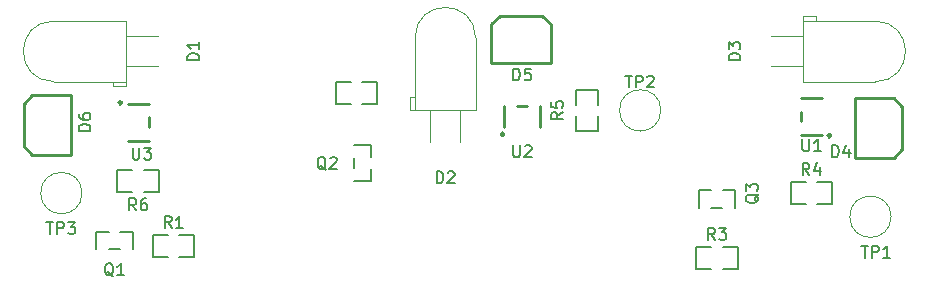
<source format=gbr>
%TF.GenerationSoftware,KiCad,Pcbnew,8.0.1*%
%TF.CreationDate,2024-03-24T20:30:25+02:00*%
%TF.ProjectId,Sensing_Subsystem,53656e73-696e-4675-9f53-756273797374,rev?*%
%TF.SameCoordinates,Original*%
%TF.FileFunction,Legend,Top*%
%TF.FilePolarity,Positive*%
%FSLAX46Y46*%
G04 Gerber Fmt 4.6, Leading zero omitted, Abs format (unit mm)*
G04 Created by KiCad (PCBNEW 8.0.1) date 2024-03-24 20:30:25*
%MOMM*%
%LPD*%
G01*
G04 APERTURE LIST*
%ADD10C,0.150000*%
%ADD11C,0.250000*%
%ADD12C,0.120000*%
%ADD13C,1.200000*%
%ADD14R,1.130000X1.380000*%
%ADD15R,1.800000X1.800000*%
%ADD16C,1.800000*%
%ADD17R,0.700000X1.250000*%
%ADD18C,3.000000*%
%ADD19R,1.380000X1.130000*%
%ADD20R,1.000000X0.600000*%
%ADD21R,1.250000X0.700000*%
%ADD22R,0.600000X1.000000*%
%ADD23R,1.700000X1.700000*%
%ADD24O,1.700000X1.700000*%
G04 APERTURE END LIST*
D10*
X155761905Y-82454819D02*
X155761905Y-81454819D01*
X155761905Y-81454819D02*
X156000000Y-81454819D01*
X156000000Y-81454819D02*
X156142857Y-81502438D01*
X156142857Y-81502438D02*
X156238095Y-81597676D01*
X156238095Y-81597676D02*
X156285714Y-81692914D01*
X156285714Y-81692914D02*
X156333333Y-81883390D01*
X156333333Y-81883390D02*
X156333333Y-82026247D01*
X156333333Y-82026247D02*
X156285714Y-82216723D01*
X156285714Y-82216723D02*
X156238095Y-82311961D01*
X156238095Y-82311961D02*
X156142857Y-82407200D01*
X156142857Y-82407200D02*
X156000000Y-82454819D01*
X156000000Y-82454819D02*
X155761905Y-82454819D01*
X157238095Y-81454819D02*
X156761905Y-81454819D01*
X156761905Y-81454819D02*
X156714286Y-81931009D01*
X156714286Y-81931009D02*
X156761905Y-81883390D01*
X156761905Y-81883390D02*
X156857143Y-81835771D01*
X156857143Y-81835771D02*
X157095238Y-81835771D01*
X157095238Y-81835771D02*
X157190476Y-81883390D01*
X157190476Y-81883390D02*
X157238095Y-81931009D01*
X157238095Y-81931009D02*
X157285714Y-82026247D01*
X157285714Y-82026247D02*
X157285714Y-82264342D01*
X157285714Y-82264342D02*
X157238095Y-82359580D01*
X157238095Y-82359580D02*
X157190476Y-82407200D01*
X157190476Y-82407200D02*
X157095238Y-82454819D01*
X157095238Y-82454819D02*
X156857143Y-82454819D01*
X156857143Y-82454819D02*
X156761905Y-82407200D01*
X156761905Y-82407200D02*
X156714286Y-82359580D01*
X180833333Y-90454819D02*
X180500000Y-89978628D01*
X180261905Y-90454819D02*
X180261905Y-89454819D01*
X180261905Y-89454819D02*
X180642857Y-89454819D01*
X180642857Y-89454819D02*
X180738095Y-89502438D01*
X180738095Y-89502438D02*
X180785714Y-89550057D01*
X180785714Y-89550057D02*
X180833333Y-89645295D01*
X180833333Y-89645295D02*
X180833333Y-89788152D01*
X180833333Y-89788152D02*
X180785714Y-89883390D01*
X180785714Y-89883390D02*
X180738095Y-89931009D01*
X180738095Y-89931009D02*
X180642857Y-89978628D01*
X180642857Y-89978628D02*
X180261905Y-89978628D01*
X181690476Y-89788152D02*
X181690476Y-90454819D01*
X181452381Y-89407200D02*
X181214286Y-90121485D01*
X181214286Y-90121485D02*
X181833333Y-90121485D01*
X129164819Y-80733094D02*
X128164819Y-80733094D01*
X128164819Y-80733094D02*
X128164819Y-80494999D01*
X128164819Y-80494999D02*
X128212438Y-80352142D01*
X128212438Y-80352142D02*
X128307676Y-80256904D01*
X128307676Y-80256904D02*
X128402914Y-80209285D01*
X128402914Y-80209285D02*
X128593390Y-80161666D01*
X128593390Y-80161666D02*
X128736247Y-80161666D01*
X128736247Y-80161666D02*
X128926723Y-80209285D01*
X128926723Y-80209285D02*
X129021961Y-80256904D01*
X129021961Y-80256904D02*
X129117200Y-80352142D01*
X129117200Y-80352142D02*
X129164819Y-80494999D01*
X129164819Y-80494999D02*
X129164819Y-80733094D01*
X129164819Y-79209285D02*
X129164819Y-79780713D01*
X129164819Y-79494999D02*
X128164819Y-79494999D01*
X128164819Y-79494999D02*
X128307676Y-79590237D01*
X128307676Y-79590237D02*
X128402914Y-79685475D01*
X128402914Y-79685475D02*
X128450533Y-79780713D01*
X176550057Y-92095238D02*
X176502438Y-92190476D01*
X176502438Y-92190476D02*
X176407200Y-92285714D01*
X176407200Y-92285714D02*
X176264342Y-92428571D01*
X176264342Y-92428571D02*
X176216723Y-92523809D01*
X176216723Y-92523809D02*
X176216723Y-92619047D01*
X176454819Y-92571428D02*
X176407200Y-92666666D01*
X176407200Y-92666666D02*
X176311961Y-92761904D01*
X176311961Y-92761904D02*
X176121485Y-92809523D01*
X176121485Y-92809523D02*
X175788152Y-92809523D01*
X175788152Y-92809523D02*
X175597676Y-92761904D01*
X175597676Y-92761904D02*
X175502438Y-92666666D01*
X175502438Y-92666666D02*
X175454819Y-92571428D01*
X175454819Y-92571428D02*
X175454819Y-92380952D01*
X175454819Y-92380952D02*
X175502438Y-92285714D01*
X175502438Y-92285714D02*
X175597676Y-92190476D01*
X175597676Y-92190476D02*
X175788152Y-92142857D01*
X175788152Y-92142857D02*
X176121485Y-92142857D01*
X176121485Y-92142857D02*
X176311961Y-92190476D01*
X176311961Y-92190476D02*
X176407200Y-92285714D01*
X176407200Y-92285714D02*
X176454819Y-92380952D01*
X176454819Y-92380952D02*
X176454819Y-92571428D01*
X175454819Y-91809523D02*
X175454819Y-91190476D01*
X175454819Y-91190476D02*
X175835771Y-91523809D01*
X175835771Y-91523809D02*
X175835771Y-91380952D01*
X175835771Y-91380952D02*
X175883390Y-91285714D01*
X175883390Y-91285714D02*
X175931009Y-91238095D01*
X175931009Y-91238095D02*
X176026247Y-91190476D01*
X176026247Y-91190476D02*
X176264342Y-91190476D01*
X176264342Y-91190476D02*
X176359580Y-91238095D01*
X176359580Y-91238095D02*
X176407200Y-91285714D01*
X176407200Y-91285714D02*
X176454819Y-91380952D01*
X176454819Y-91380952D02*
X176454819Y-91666666D01*
X176454819Y-91666666D02*
X176407200Y-91761904D01*
X176407200Y-91761904D02*
X176359580Y-91809523D01*
X172833333Y-95954819D02*
X172500000Y-95478628D01*
X172261905Y-95954819D02*
X172261905Y-94954819D01*
X172261905Y-94954819D02*
X172642857Y-94954819D01*
X172642857Y-94954819D02*
X172738095Y-95002438D01*
X172738095Y-95002438D02*
X172785714Y-95050057D01*
X172785714Y-95050057D02*
X172833333Y-95145295D01*
X172833333Y-95145295D02*
X172833333Y-95288152D01*
X172833333Y-95288152D02*
X172785714Y-95383390D01*
X172785714Y-95383390D02*
X172738095Y-95431009D01*
X172738095Y-95431009D02*
X172642857Y-95478628D01*
X172642857Y-95478628D02*
X172261905Y-95478628D01*
X173166667Y-94954819D02*
X173785714Y-94954819D01*
X173785714Y-94954819D02*
X173452381Y-95335771D01*
X173452381Y-95335771D02*
X173595238Y-95335771D01*
X173595238Y-95335771D02*
X173690476Y-95383390D01*
X173690476Y-95383390D02*
X173738095Y-95431009D01*
X173738095Y-95431009D02*
X173785714Y-95526247D01*
X173785714Y-95526247D02*
X173785714Y-95764342D01*
X173785714Y-95764342D02*
X173738095Y-95859580D01*
X173738095Y-95859580D02*
X173690476Y-95907200D01*
X173690476Y-95907200D02*
X173595238Y-95954819D01*
X173595238Y-95954819D02*
X173309524Y-95954819D01*
X173309524Y-95954819D02*
X173214286Y-95907200D01*
X173214286Y-95907200D02*
X173166667Y-95859580D01*
X126833333Y-94954819D02*
X126500000Y-94478628D01*
X126261905Y-94954819D02*
X126261905Y-93954819D01*
X126261905Y-93954819D02*
X126642857Y-93954819D01*
X126642857Y-93954819D02*
X126738095Y-94002438D01*
X126738095Y-94002438D02*
X126785714Y-94050057D01*
X126785714Y-94050057D02*
X126833333Y-94145295D01*
X126833333Y-94145295D02*
X126833333Y-94288152D01*
X126833333Y-94288152D02*
X126785714Y-94383390D01*
X126785714Y-94383390D02*
X126738095Y-94431009D01*
X126738095Y-94431009D02*
X126642857Y-94478628D01*
X126642857Y-94478628D02*
X126261905Y-94478628D01*
X127785714Y-94954819D02*
X127214286Y-94954819D01*
X127500000Y-94954819D02*
X127500000Y-93954819D01*
X127500000Y-93954819D02*
X127404762Y-94097676D01*
X127404762Y-94097676D02*
X127309524Y-94192914D01*
X127309524Y-94192914D02*
X127214286Y-94240533D01*
X165238095Y-82056819D02*
X165809523Y-82056819D01*
X165523809Y-83056819D02*
X165523809Y-82056819D01*
X166142857Y-83056819D02*
X166142857Y-82056819D01*
X166142857Y-82056819D02*
X166523809Y-82056819D01*
X166523809Y-82056819D02*
X166619047Y-82104438D01*
X166619047Y-82104438D02*
X166666666Y-82152057D01*
X166666666Y-82152057D02*
X166714285Y-82247295D01*
X166714285Y-82247295D02*
X166714285Y-82390152D01*
X166714285Y-82390152D02*
X166666666Y-82485390D01*
X166666666Y-82485390D02*
X166619047Y-82533009D01*
X166619047Y-82533009D02*
X166523809Y-82580628D01*
X166523809Y-82580628D02*
X166142857Y-82580628D01*
X167095238Y-82152057D02*
X167142857Y-82104438D01*
X167142857Y-82104438D02*
X167238095Y-82056819D01*
X167238095Y-82056819D02*
X167476190Y-82056819D01*
X167476190Y-82056819D02*
X167571428Y-82104438D01*
X167571428Y-82104438D02*
X167619047Y-82152057D01*
X167619047Y-82152057D02*
X167666666Y-82247295D01*
X167666666Y-82247295D02*
X167666666Y-82342533D01*
X167666666Y-82342533D02*
X167619047Y-82485390D01*
X167619047Y-82485390D02*
X167047619Y-83056819D01*
X167047619Y-83056819D02*
X167666666Y-83056819D01*
X159954819Y-85166666D02*
X159478628Y-85499999D01*
X159954819Y-85738094D02*
X158954819Y-85738094D01*
X158954819Y-85738094D02*
X158954819Y-85357142D01*
X158954819Y-85357142D02*
X159002438Y-85261904D01*
X159002438Y-85261904D02*
X159050057Y-85214285D01*
X159050057Y-85214285D02*
X159145295Y-85166666D01*
X159145295Y-85166666D02*
X159288152Y-85166666D01*
X159288152Y-85166666D02*
X159383390Y-85214285D01*
X159383390Y-85214285D02*
X159431009Y-85261904D01*
X159431009Y-85261904D02*
X159478628Y-85357142D01*
X159478628Y-85357142D02*
X159478628Y-85738094D01*
X158954819Y-84261904D02*
X158954819Y-84738094D01*
X158954819Y-84738094D02*
X159431009Y-84785713D01*
X159431009Y-84785713D02*
X159383390Y-84738094D01*
X159383390Y-84738094D02*
X159335771Y-84642856D01*
X159335771Y-84642856D02*
X159335771Y-84404761D01*
X159335771Y-84404761D02*
X159383390Y-84309523D01*
X159383390Y-84309523D02*
X159431009Y-84261904D01*
X159431009Y-84261904D02*
X159526247Y-84214285D01*
X159526247Y-84214285D02*
X159764342Y-84214285D01*
X159764342Y-84214285D02*
X159859580Y-84261904D01*
X159859580Y-84261904D02*
X159907200Y-84309523D01*
X159907200Y-84309523D02*
X159954819Y-84404761D01*
X159954819Y-84404761D02*
X159954819Y-84642856D01*
X159954819Y-84642856D02*
X159907200Y-84738094D01*
X159907200Y-84738094D02*
X159859580Y-84785713D01*
X123833333Y-93454819D02*
X123500000Y-92978628D01*
X123261905Y-93454819D02*
X123261905Y-92454819D01*
X123261905Y-92454819D02*
X123642857Y-92454819D01*
X123642857Y-92454819D02*
X123738095Y-92502438D01*
X123738095Y-92502438D02*
X123785714Y-92550057D01*
X123785714Y-92550057D02*
X123833333Y-92645295D01*
X123833333Y-92645295D02*
X123833333Y-92788152D01*
X123833333Y-92788152D02*
X123785714Y-92883390D01*
X123785714Y-92883390D02*
X123738095Y-92931009D01*
X123738095Y-92931009D02*
X123642857Y-92978628D01*
X123642857Y-92978628D02*
X123261905Y-92978628D01*
X124690476Y-92454819D02*
X124500000Y-92454819D01*
X124500000Y-92454819D02*
X124404762Y-92502438D01*
X124404762Y-92502438D02*
X124357143Y-92550057D01*
X124357143Y-92550057D02*
X124261905Y-92692914D01*
X124261905Y-92692914D02*
X124214286Y-92883390D01*
X124214286Y-92883390D02*
X124214286Y-93264342D01*
X124214286Y-93264342D02*
X124261905Y-93359580D01*
X124261905Y-93359580D02*
X124309524Y-93407200D01*
X124309524Y-93407200D02*
X124404762Y-93454819D01*
X124404762Y-93454819D02*
X124595238Y-93454819D01*
X124595238Y-93454819D02*
X124690476Y-93407200D01*
X124690476Y-93407200D02*
X124738095Y-93359580D01*
X124738095Y-93359580D02*
X124785714Y-93264342D01*
X124785714Y-93264342D02*
X124785714Y-93026247D01*
X124785714Y-93026247D02*
X124738095Y-92931009D01*
X124738095Y-92931009D02*
X124690476Y-92883390D01*
X124690476Y-92883390D02*
X124595238Y-92835771D01*
X124595238Y-92835771D02*
X124404762Y-92835771D01*
X124404762Y-92835771D02*
X124309524Y-92883390D01*
X124309524Y-92883390D02*
X124261905Y-92931009D01*
X124261905Y-92931009D02*
X124214286Y-93026247D01*
X123538095Y-88164819D02*
X123538095Y-88974342D01*
X123538095Y-88974342D02*
X123585714Y-89069580D01*
X123585714Y-89069580D02*
X123633333Y-89117200D01*
X123633333Y-89117200D02*
X123728571Y-89164819D01*
X123728571Y-89164819D02*
X123919047Y-89164819D01*
X123919047Y-89164819D02*
X124014285Y-89117200D01*
X124014285Y-89117200D02*
X124061904Y-89069580D01*
X124061904Y-89069580D02*
X124109523Y-88974342D01*
X124109523Y-88974342D02*
X124109523Y-88164819D01*
X124490476Y-88164819D02*
X125109523Y-88164819D01*
X125109523Y-88164819D02*
X124776190Y-88545771D01*
X124776190Y-88545771D02*
X124919047Y-88545771D01*
X124919047Y-88545771D02*
X125014285Y-88593390D01*
X125014285Y-88593390D02*
X125061904Y-88641009D01*
X125061904Y-88641009D02*
X125109523Y-88736247D01*
X125109523Y-88736247D02*
X125109523Y-88974342D01*
X125109523Y-88974342D02*
X125061904Y-89069580D01*
X125061904Y-89069580D02*
X125014285Y-89117200D01*
X125014285Y-89117200D02*
X124919047Y-89164819D01*
X124919047Y-89164819D02*
X124633333Y-89164819D01*
X124633333Y-89164819D02*
X124538095Y-89117200D01*
X124538095Y-89117200D02*
X124490476Y-89069580D01*
X149266905Y-91164819D02*
X149266905Y-90164819D01*
X149266905Y-90164819D02*
X149505000Y-90164819D01*
X149505000Y-90164819D02*
X149647857Y-90212438D01*
X149647857Y-90212438D02*
X149743095Y-90307676D01*
X149743095Y-90307676D02*
X149790714Y-90402914D01*
X149790714Y-90402914D02*
X149838333Y-90593390D01*
X149838333Y-90593390D02*
X149838333Y-90736247D01*
X149838333Y-90736247D02*
X149790714Y-90926723D01*
X149790714Y-90926723D02*
X149743095Y-91021961D01*
X149743095Y-91021961D02*
X149647857Y-91117200D01*
X149647857Y-91117200D02*
X149505000Y-91164819D01*
X149505000Y-91164819D02*
X149266905Y-91164819D01*
X150219286Y-90260057D02*
X150266905Y-90212438D01*
X150266905Y-90212438D02*
X150362143Y-90164819D01*
X150362143Y-90164819D02*
X150600238Y-90164819D01*
X150600238Y-90164819D02*
X150695476Y-90212438D01*
X150695476Y-90212438D02*
X150743095Y-90260057D01*
X150743095Y-90260057D02*
X150790714Y-90355295D01*
X150790714Y-90355295D02*
X150790714Y-90450533D01*
X150790714Y-90450533D02*
X150743095Y-90593390D01*
X150743095Y-90593390D02*
X150171667Y-91164819D01*
X150171667Y-91164819D02*
X150790714Y-91164819D01*
X139904761Y-90050057D02*
X139809523Y-90002438D01*
X139809523Y-90002438D02*
X139714285Y-89907200D01*
X139714285Y-89907200D02*
X139571428Y-89764342D01*
X139571428Y-89764342D02*
X139476190Y-89716723D01*
X139476190Y-89716723D02*
X139380952Y-89716723D01*
X139428571Y-89954819D02*
X139333333Y-89907200D01*
X139333333Y-89907200D02*
X139238095Y-89811961D01*
X139238095Y-89811961D02*
X139190476Y-89621485D01*
X139190476Y-89621485D02*
X139190476Y-89288152D01*
X139190476Y-89288152D02*
X139238095Y-89097676D01*
X139238095Y-89097676D02*
X139333333Y-89002438D01*
X139333333Y-89002438D02*
X139428571Y-88954819D01*
X139428571Y-88954819D02*
X139619047Y-88954819D01*
X139619047Y-88954819D02*
X139714285Y-89002438D01*
X139714285Y-89002438D02*
X139809523Y-89097676D01*
X139809523Y-89097676D02*
X139857142Y-89288152D01*
X139857142Y-89288152D02*
X139857142Y-89621485D01*
X139857142Y-89621485D02*
X139809523Y-89811961D01*
X139809523Y-89811961D02*
X139714285Y-89907200D01*
X139714285Y-89907200D02*
X139619047Y-89954819D01*
X139619047Y-89954819D02*
X139428571Y-89954819D01*
X140238095Y-89050057D02*
X140285714Y-89002438D01*
X140285714Y-89002438D02*
X140380952Y-88954819D01*
X140380952Y-88954819D02*
X140619047Y-88954819D01*
X140619047Y-88954819D02*
X140714285Y-89002438D01*
X140714285Y-89002438D02*
X140761904Y-89050057D01*
X140761904Y-89050057D02*
X140809523Y-89145295D01*
X140809523Y-89145295D02*
X140809523Y-89240533D01*
X140809523Y-89240533D02*
X140761904Y-89383390D01*
X140761904Y-89383390D02*
X140190476Y-89954819D01*
X140190476Y-89954819D02*
X140809523Y-89954819D01*
X119954819Y-86738094D02*
X118954819Y-86738094D01*
X118954819Y-86738094D02*
X118954819Y-86499999D01*
X118954819Y-86499999D02*
X119002438Y-86357142D01*
X119002438Y-86357142D02*
X119097676Y-86261904D01*
X119097676Y-86261904D02*
X119192914Y-86214285D01*
X119192914Y-86214285D02*
X119383390Y-86166666D01*
X119383390Y-86166666D02*
X119526247Y-86166666D01*
X119526247Y-86166666D02*
X119716723Y-86214285D01*
X119716723Y-86214285D02*
X119811961Y-86261904D01*
X119811961Y-86261904D02*
X119907200Y-86357142D01*
X119907200Y-86357142D02*
X119954819Y-86499999D01*
X119954819Y-86499999D02*
X119954819Y-86738094D01*
X118954819Y-85309523D02*
X118954819Y-85499999D01*
X118954819Y-85499999D02*
X119002438Y-85595237D01*
X119002438Y-85595237D02*
X119050057Y-85642856D01*
X119050057Y-85642856D02*
X119192914Y-85738094D01*
X119192914Y-85738094D02*
X119383390Y-85785713D01*
X119383390Y-85785713D02*
X119764342Y-85785713D01*
X119764342Y-85785713D02*
X119859580Y-85738094D01*
X119859580Y-85738094D02*
X119907200Y-85690475D01*
X119907200Y-85690475D02*
X119954819Y-85595237D01*
X119954819Y-85595237D02*
X119954819Y-85404761D01*
X119954819Y-85404761D02*
X119907200Y-85309523D01*
X119907200Y-85309523D02*
X119859580Y-85261904D01*
X119859580Y-85261904D02*
X119764342Y-85214285D01*
X119764342Y-85214285D02*
X119526247Y-85214285D01*
X119526247Y-85214285D02*
X119431009Y-85261904D01*
X119431009Y-85261904D02*
X119383390Y-85309523D01*
X119383390Y-85309523D02*
X119335771Y-85404761D01*
X119335771Y-85404761D02*
X119335771Y-85595237D01*
X119335771Y-85595237D02*
X119383390Y-85690475D01*
X119383390Y-85690475D02*
X119431009Y-85738094D01*
X119431009Y-85738094D02*
X119526247Y-85785713D01*
X121904761Y-99050057D02*
X121809523Y-99002438D01*
X121809523Y-99002438D02*
X121714285Y-98907200D01*
X121714285Y-98907200D02*
X121571428Y-98764342D01*
X121571428Y-98764342D02*
X121476190Y-98716723D01*
X121476190Y-98716723D02*
X121380952Y-98716723D01*
X121428571Y-98954819D02*
X121333333Y-98907200D01*
X121333333Y-98907200D02*
X121238095Y-98811961D01*
X121238095Y-98811961D02*
X121190476Y-98621485D01*
X121190476Y-98621485D02*
X121190476Y-98288152D01*
X121190476Y-98288152D02*
X121238095Y-98097676D01*
X121238095Y-98097676D02*
X121333333Y-98002438D01*
X121333333Y-98002438D02*
X121428571Y-97954819D01*
X121428571Y-97954819D02*
X121619047Y-97954819D01*
X121619047Y-97954819D02*
X121714285Y-98002438D01*
X121714285Y-98002438D02*
X121809523Y-98097676D01*
X121809523Y-98097676D02*
X121857142Y-98288152D01*
X121857142Y-98288152D02*
X121857142Y-98621485D01*
X121857142Y-98621485D02*
X121809523Y-98811961D01*
X121809523Y-98811961D02*
X121714285Y-98907200D01*
X121714285Y-98907200D02*
X121619047Y-98954819D01*
X121619047Y-98954819D02*
X121428571Y-98954819D01*
X122809523Y-98954819D02*
X122238095Y-98954819D01*
X122523809Y-98954819D02*
X122523809Y-97954819D01*
X122523809Y-97954819D02*
X122428571Y-98097676D01*
X122428571Y-98097676D02*
X122333333Y-98192914D01*
X122333333Y-98192914D02*
X122238095Y-98240533D01*
X155738095Y-87954819D02*
X155738095Y-88764342D01*
X155738095Y-88764342D02*
X155785714Y-88859580D01*
X155785714Y-88859580D02*
X155833333Y-88907200D01*
X155833333Y-88907200D02*
X155928571Y-88954819D01*
X155928571Y-88954819D02*
X156119047Y-88954819D01*
X156119047Y-88954819D02*
X156214285Y-88907200D01*
X156214285Y-88907200D02*
X156261904Y-88859580D01*
X156261904Y-88859580D02*
X156309523Y-88764342D01*
X156309523Y-88764342D02*
X156309523Y-87954819D01*
X156738095Y-88050057D02*
X156785714Y-88002438D01*
X156785714Y-88002438D02*
X156880952Y-87954819D01*
X156880952Y-87954819D02*
X157119047Y-87954819D01*
X157119047Y-87954819D02*
X157214285Y-88002438D01*
X157214285Y-88002438D02*
X157261904Y-88050057D01*
X157261904Y-88050057D02*
X157309523Y-88145295D01*
X157309523Y-88145295D02*
X157309523Y-88240533D01*
X157309523Y-88240533D02*
X157261904Y-88383390D01*
X157261904Y-88383390D02*
X156690476Y-88954819D01*
X156690476Y-88954819D02*
X157309523Y-88954819D01*
X182761905Y-88954819D02*
X182761905Y-87954819D01*
X182761905Y-87954819D02*
X183000000Y-87954819D01*
X183000000Y-87954819D02*
X183142857Y-88002438D01*
X183142857Y-88002438D02*
X183238095Y-88097676D01*
X183238095Y-88097676D02*
X183285714Y-88192914D01*
X183285714Y-88192914D02*
X183333333Y-88383390D01*
X183333333Y-88383390D02*
X183333333Y-88526247D01*
X183333333Y-88526247D02*
X183285714Y-88716723D01*
X183285714Y-88716723D02*
X183238095Y-88811961D01*
X183238095Y-88811961D02*
X183142857Y-88907200D01*
X183142857Y-88907200D02*
X183000000Y-88954819D01*
X183000000Y-88954819D02*
X182761905Y-88954819D01*
X184190476Y-88288152D02*
X184190476Y-88954819D01*
X183952381Y-87907200D02*
X183714286Y-88621485D01*
X183714286Y-88621485D02*
X184333333Y-88621485D01*
X116238095Y-94454819D02*
X116809523Y-94454819D01*
X116523809Y-95454819D02*
X116523809Y-94454819D01*
X117142857Y-95454819D02*
X117142857Y-94454819D01*
X117142857Y-94454819D02*
X117523809Y-94454819D01*
X117523809Y-94454819D02*
X117619047Y-94502438D01*
X117619047Y-94502438D02*
X117666666Y-94550057D01*
X117666666Y-94550057D02*
X117714285Y-94645295D01*
X117714285Y-94645295D02*
X117714285Y-94788152D01*
X117714285Y-94788152D02*
X117666666Y-94883390D01*
X117666666Y-94883390D02*
X117619047Y-94931009D01*
X117619047Y-94931009D02*
X117523809Y-94978628D01*
X117523809Y-94978628D02*
X117142857Y-94978628D01*
X118047619Y-94454819D02*
X118666666Y-94454819D01*
X118666666Y-94454819D02*
X118333333Y-94835771D01*
X118333333Y-94835771D02*
X118476190Y-94835771D01*
X118476190Y-94835771D02*
X118571428Y-94883390D01*
X118571428Y-94883390D02*
X118619047Y-94931009D01*
X118619047Y-94931009D02*
X118666666Y-95026247D01*
X118666666Y-95026247D02*
X118666666Y-95264342D01*
X118666666Y-95264342D02*
X118619047Y-95359580D01*
X118619047Y-95359580D02*
X118571428Y-95407200D01*
X118571428Y-95407200D02*
X118476190Y-95454819D01*
X118476190Y-95454819D02*
X118190476Y-95454819D01*
X118190476Y-95454819D02*
X118095238Y-95407200D01*
X118095238Y-95407200D02*
X118047619Y-95359580D01*
X180238095Y-87454819D02*
X180238095Y-88264342D01*
X180238095Y-88264342D02*
X180285714Y-88359580D01*
X180285714Y-88359580D02*
X180333333Y-88407200D01*
X180333333Y-88407200D02*
X180428571Y-88454819D01*
X180428571Y-88454819D02*
X180619047Y-88454819D01*
X180619047Y-88454819D02*
X180714285Y-88407200D01*
X180714285Y-88407200D02*
X180761904Y-88359580D01*
X180761904Y-88359580D02*
X180809523Y-88264342D01*
X180809523Y-88264342D02*
X180809523Y-87454819D01*
X181809523Y-88454819D02*
X181238095Y-88454819D01*
X181523809Y-88454819D02*
X181523809Y-87454819D01*
X181523809Y-87454819D02*
X181428571Y-87597676D01*
X181428571Y-87597676D02*
X181333333Y-87692914D01*
X181333333Y-87692914D02*
X181238095Y-87740533D01*
X174994819Y-80743094D02*
X173994819Y-80743094D01*
X173994819Y-80743094D02*
X173994819Y-80504999D01*
X173994819Y-80504999D02*
X174042438Y-80362142D01*
X174042438Y-80362142D02*
X174137676Y-80266904D01*
X174137676Y-80266904D02*
X174232914Y-80219285D01*
X174232914Y-80219285D02*
X174423390Y-80171666D01*
X174423390Y-80171666D02*
X174566247Y-80171666D01*
X174566247Y-80171666D02*
X174756723Y-80219285D01*
X174756723Y-80219285D02*
X174851961Y-80266904D01*
X174851961Y-80266904D02*
X174947200Y-80362142D01*
X174947200Y-80362142D02*
X174994819Y-80504999D01*
X174994819Y-80504999D02*
X174994819Y-80743094D01*
X173994819Y-79838332D02*
X173994819Y-79219285D01*
X173994819Y-79219285D02*
X174375771Y-79552618D01*
X174375771Y-79552618D02*
X174375771Y-79409761D01*
X174375771Y-79409761D02*
X174423390Y-79314523D01*
X174423390Y-79314523D02*
X174471009Y-79266904D01*
X174471009Y-79266904D02*
X174566247Y-79219285D01*
X174566247Y-79219285D02*
X174804342Y-79219285D01*
X174804342Y-79219285D02*
X174899580Y-79266904D01*
X174899580Y-79266904D02*
X174947200Y-79314523D01*
X174947200Y-79314523D02*
X174994819Y-79409761D01*
X174994819Y-79409761D02*
X174994819Y-79695475D01*
X174994819Y-79695475D02*
X174947200Y-79790713D01*
X174947200Y-79790713D02*
X174899580Y-79838332D01*
X185238095Y-96454819D02*
X185809523Y-96454819D01*
X185523809Y-97454819D02*
X185523809Y-96454819D01*
X186142857Y-97454819D02*
X186142857Y-96454819D01*
X186142857Y-96454819D02*
X186523809Y-96454819D01*
X186523809Y-96454819D02*
X186619047Y-96502438D01*
X186619047Y-96502438D02*
X186666666Y-96550057D01*
X186666666Y-96550057D02*
X186714285Y-96645295D01*
X186714285Y-96645295D02*
X186714285Y-96788152D01*
X186714285Y-96788152D02*
X186666666Y-96883390D01*
X186666666Y-96883390D02*
X186619047Y-96931009D01*
X186619047Y-96931009D02*
X186523809Y-96978628D01*
X186523809Y-96978628D02*
X186142857Y-96978628D01*
X187666666Y-97454819D02*
X187095238Y-97454819D01*
X187380952Y-97454819D02*
X187380952Y-96454819D01*
X187380952Y-96454819D02*
X187285714Y-96597676D01*
X187285714Y-96597676D02*
X187190476Y-96692914D01*
X187190476Y-96692914D02*
X187095238Y-96740533D01*
D11*
%TO.C,D5*%
X153860000Y-77680000D02*
X154620000Y-77000000D01*
X153860000Y-81000000D02*
X153860000Y-77700000D01*
X154620000Y-77000000D02*
X158180000Y-77000000D01*
X158940000Y-77680000D02*
X158180000Y-77000000D01*
X158940000Y-77700000D02*
X158940000Y-81000000D01*
X158940000Y-81000000D02*
X153860000Y-81000000D01*
D10*
%TO.C,R4*%
X179240000Y-91080000D02*
X180520000Y-91080000D01*
X179240000Y-92920000D02*
X179240000Y-91080000D01*
X180520000Y-92920000D02*
X179240000Y-92920000D01*
X181480000Y-92920000D02*
X182760000Y-92920000D01*
X182760000Y-91080000D02*
X181480000Y-91080000D01*
X182760000Y-92920000D02*
X182760000Y-91080000D01*
%TO.C,R2*%
X140740000Y-82580000D02*
X140740000Y-84420000D01*
X140740000Y-84420000D02*
X142020000Y-84420000D01*
X142020000Y-82580000D02*
X140740000Y-82580000D01*
X142980000Y-82580000D02*
X144260000Y-82580000D01*
X144260000Y-82580000D02*
X144260000Y-84420000D01*
X144260000Y-84420000D02*
X142980000Y-84420000D01*
D12*
%TO.C,D1*%
X121880000Y-82555000D02*
X123000000Y-82555000D01*
X121880000Y-82955000D02*
X121880000Y-82555000D01*
X123000000Y-77435000D02*
X116840000Y-77435000D01*
X123000000Y-77435000D02*
X123000000Y-82555000D01*
X123000000Y-78725000D02*
X123000000Y-78725000D01*
X123000000Y-78725000D02*
X125670000Y-78725000D01*
X123000000Y-81265000D02*
X123000000Y-81265000D01*
X123000000Y-81265000D02*
X125670000Y-81265000D01*
X123000000Y-82555000D02*
X116840000Y-82555000D01*
X123000000Y-82555000D02*
X123000000Y-82955000D01*
X123000000Y-82955000D02*
X121880000Y-82955000D01*
X125670000Y-78725000D02*
X123000000Y-78725000D01*
X125670000Y-78725000D02*
X125670000Y-78725000D01*
X125670000Y-81265000D02*
X123000000Y-81265000D01*
X125670000Y-81265000D02*
X125670000Y-81265000D01*
X116840000Y-82555000D02*
G75*
G02*
X116840000Y-77435000I0J2560000D01*
G01*
D10*
%TO.C,Q3*%
X171470000Y-91770000D02*
X172510000Y-91770000D01*
X171470000Y-93230000D02*
X171470000Y-91770000D01*
X173460000Y-93230000D02*
X172540000Y-93230000D01*
X174530000Y-91770000D02*
X173490000Y-91770000D01*
X174530000Y-93230000D02*
X174530000Y-91770000D01*
%TO.C,R3*%
X171240000Y-96580000D02*
X171240000Y-98420000D01*
X171240000Y-98420000D02*
X172520000Y-98420000D01*
X172520000Y-96580000D02*
X171240000Y-96580000D01*
X173480000Y-96580000D02*
X174760000Y-96580000D01*
X174760000Y-96580000D02*
X174760000Y-98420000D01*
X174760000Y-98420000D02*
X173480000Y-98420000D01*
%TO.C,R1*%
X125240000Y-95580000D02*
X125240000Y-97420000D01*
X125240000Y-97420000D02*
X126520000Y-97420000D01*
X126520000Y-95580000D02*
X125240000Y-95580000D01*
X127480000Y-95580000D02*
X128760000Y-95580000D01*
X128760000Y-95580000D02*
X128760000Y-97420000D01*
X128760000Y-97420000D02*
X127480000Y-97420000D01*
D12*
%TO.C,TP2*%
X168250000Y-85000000D02*
G75*
G02*
X164750000Y-85000000I-1750000J0D01*
G01*
X164750000Y-85000000D02*
G75*
G02*
X168250000Y-85000000I1750000J0D01*
G01*
D10*
%TO.C,R5*%
X161080000Y-83240000D02*
X161080000Y-84520000D01*
X161080000Y-86760000D02*
X161080000Y-85480000D01*
X162920000Y-83240000D02*
X161080000Y-83240000D01*
X162920000Y-84520000D02*
X162920000Y-83240000D01*
X162920000Y-85480000D02*
X162920000Y-86760000D01*
X162920000Y-86760000D02*
X161080000Y-86760000D01*
%TO.C,R6*%
X122240000Y-90080000D02*
X122240000Y-91920000D01*
X122240000Y-91920000D02*
X123520000Y-91920000D01*
X123520000Y-90080000D02*
X122240000Y-90080000D01*
X124480000Y-90080000D02*
X125760000Y-90080000D01*
X125760000Y-90080000D02*
X125760000Y-91920000D01*
X125760000Y-91920000D02*
X124480000Y-91920000D01*
D11*
%TO.C,U3*%
X124900000Y-84450000D02*
X123100000Y-84450000D01*
X124900000Y-85600000D02*
X124900000Y-86400000D01*
X124900000Y-87550000D02*
X123100000Y-87550000D01*
X122610000Y-84350000D02*
G75*
G02*
X122350000Y-84350000I-130000J0D01*
G01*
X122350000Y-84350000D02*
G75*
G02*
X122610000Y-84350000I130000J0D01*
G01*
D12*
%TO.C,D2*%
X147045000Y-83880000D02*
X147445000Y-83880000D01*
X147045000Y-85000000D02*
X147045000Y-83880000D01*
X147445000Y-83880000D02*
X147445000Y-85000000D01*
X147445000Y-85000000D02*
X147045000Y-85000000D01*
X147445000Y-85000000D02*
X147445000Y-78840000D01*
X148735000Y-85000000D02*
X148735000Y-85000000D01*
X148735000Y-85000000D02*
X148735000Y-87670000D01*
X148735000Y-87670000D02*
X148735000Y-85000000D01*
X148735000Y-87670000D02*
X148735000Y-87670000D01*
X151275000Y-85000000D02*
X151275000Y-85000000D01*
X151275000Y-85000000D02*
X151275000Y-87670000D01*
X151275000Y-87670000D02*
X151275000Y-85000000D01*
X151275000Y-87670000D02*
X151275000Y-87670000D01*
X152565000Y-85000000D02*
X147445000Y-85000000D01*
X152565000Y-85000000D02*
X152565000Y-78840000D01*
X147445000Y-78840000D02*
G75*
G02*
X152565000Y-78840000I2560000J0D01*
G01*
D10*
%TO.C,Q2*%
X142270000Y-87920000D02*
X143730000Y-87920000D01*
X142270000Y-89910000D02*
X142270000Y-88990000D01*
X142270000Y-90980000D02*
X143730000Y-90980000D01*
X143730000Y-87920000D02*
X143730000Y-88960000D01*
X143730000Y-90980000D02*
X143730000Y-89940000D01*
D11*
%TO.C,D6*%
X114300000Y-88050000D02*
X114300000Y-84490000D01*
X114980000Y-83730000D02*
X114300000Y-84490000D01*
X114980000Y-88810000D02*
X114300000Y-88050000D01*
X115000000Y-83730000D02*
X118300000Y-83730000D01*
X118300000Y-83730000D02*
X118300000Y-88810000D01*
X118300000Y-88810000D02*
X115000000Y-88810000D01*
D10*
%TO.C,Q1*%
X120470000Y-95270000D02*
X121510000Y-95270000D01*
X120470000Y-96730000D02*
X120470000Y-95270000D01*
X122460000Y-96730000D02*
X121540000Y-96730000D01*
X123530000Y-95270000D02*
X122490000Y-95270000D01*
X123530000Y-96730000D02*
X123530000Y-95270000D01*
D11*
%TO.C,U2*%
X154950000Y-84600000D02*
X154950000Y-86400000D01*
X156100000Y-84600000D02*
X156900000Y-84600000D01*
X158050000Y-84600000D02*
X158050000Y-86400000D01*
X154980000Y-87020000D02*
G75*
G02*
X154720000Y-87020000I-130000J0D01*
G01*
X154720000Y-87020000D02*
G75*
G02*
X154980000Y-87020000I130000J0D01*
G01*
%TO.C,D4*%
X184700000Y-83960000D02*
X188000000Y-83960000D01*
X184700000Y-89040000D02*
X184700000Y-83960000D01*
X188000000Y-89040000D02*
X184700000Y-89040000D01*
X188020000Y-83960000D02*
X188700000Y-84720000D01*
X188020000Y-89040000D02*
X188700000Y-88280000D01*
X188700000Y-84720000D02*
X188700000Y-88280000D01*
D12*
%TO.C,TP3*%
X119250000Y-92000000D02*
G75*
G02*
X115750000Y-92000000I-1750000J0D01*
G01*
X115750000Y-92000000D02*
G75*
G02*
X119250000Y-92000000I1750000J0D01*
G01*
D11*
%TO.C,U1*%
X180100000Y-83950000D02*
X181900000Y-83950000D01*
X180100000Y-85900000D02*
X180100000Y-85100000D01*
X180100000Y-87050000D02*
X181900000Y-87050000D01*
X182650000Y-87150000D02*
G75*
G02*
X182390000Y-87150000I-130000J0D01*
G01*
X182390000Y-87150000D02*
G75*
G02*
X182650000Y-87150000I130000J0D01*
G01*
D12*
%TO.C,D3*%
X177580000Y-78735000D02*
X177580000Y-78735000D01*
X177580000Y-78735000D02*
X180250000Y-78735000D01*
X177580000Y-81275000D02*
X177580000Y-81275000D01*
X177580000Y-81275000D02*
X180250000Y-81275000D01*
X180250000Y-77045000D02*
X181370000Y-77045000D01*
X180250000Y-77445000D02*
X180250000Y-77045000D01*
X180250000Y-77445000D02*
X186410000Y-77445000D01*
X180250000Y-78735000D02*
X177580000Y-78735000D01*
X180250000Y-78735000D02*
X180250000Y-78735000D01*
X180250000Y-81275000D02*
X177580000Y-81275000D01*
X180250000Y-81275000D02*
X180250000Y-81275000D01*
X180250000Y-82565000D02*
X180250000Y-77445000D01*
X180250000Y-82565000D02*
X186410000Y-82565000D01*
X181370000Y-77045000D02*
X181370000Y-77445000D01*
X181370000Y-77445000D02*
X180250000Y-77445000D01*
X186410000Y-77445000D02*
G75*
G02*
X186410000Y-82565000I0J-2560000D01*
G01*
%TO.C,TP1*%
X187750000Y-94000000D02*
G75*
G02*
X184250000Y-94000000I-1750000J0D01*
G01*
X184250000Y-94000000D02*
G75*
G02*
X187750000Y-94000000I1750000J0D01*
G01*
%TD*%
%LPC*%
D13*
%TO.C,D5*%
X157670000Y-78700000D03*
X155130000Y-78700000D03*
%TD*%
D14*
%TO.C,R4*%
X180000000Y-92000000D03*
X182000000Y-92000000D03*
%TD*%
%TO.C,R2*%
X143500000Y-83500000D03*
X141500000Y-83500000D03*
%TD*%
D15*
%TO.C,D1*%
X126750000Y-78725000D03*
D16*
X126750000Y-81265000D03*
%TD*%
D17*
%TO.C,Q3*%
X172050000Y-93500000D03*
X173950000Y-93500000D03*
X173000000Y-91500000D03*
%TD*%
D14*
%TO.C,R3*%
X174000000Y-97500000D03*
X172000000Y-97500000D03*
%TD*%
%TO.C,R1*%
X128000000Y-96500000D03*
X126000000Y-96500000D03*
%TD*%
D18*
%TO.C,TP2*%
X166500000Y-85000000D03*
%TD*%
D19*
%TO.C,R5*%
X162000000Y-86000000D03*
X162000000Y-84000000D03*
%TD*%
D14*
%TO.C,R6*%
X125000000Y-91000000D03*
X123000000Y-91000000D03*
%TD*%
D20*
%TO.C,U3*%
X122700000Y-85050000D03*
X122700000Y-86000000D03*
X122700000Y-86950000D03*
X125300000Y-86950000D03*
X125300000Y-85050000D03*
%TD*%
D15*
%TO.C,D2*%
X151275000Y-88750000D03*
D16*
X148735000Y-88750000D03*
%TD*%
D21*
%TO.C,Q2*%
X142000000Y-88500000D03*
X142000000Y-90400000D03*
X144000000Y-89450000D03*
%TD*%
D13*
%TO.C,D6*%
X116000000Y-85000000D03*
X116000000Y-87540000D03*
%TD*%
D17*
%TO.C,Q1*%
X121050000Y-97000000D03*
X122950000Y-97000000D03*
X122000000Y-95000000D03*
%TD*%
D22*
%TO.C,U2*%
X155550000Y-86800000D03*
X156500000Y-86800000D03*
X157450000Y-86800000D03*
X157450000Y-84200000D03*
X155550000Y-84200000D03*
%TD*%
D13*
%TO.C,D4*%
X187000000Y-87770000D03*
X187000000Y-85230000D03*
%TD*%
D18*
%TO.C,TP3*%
X117500000Y-92000000D03*
%TD*%
D20*
%TO.C,U1*%
X182300000Y-86450000D03*
X182300000Y-85500000D03*
X182300000Y-84550000D03*
X179700000Y-84550000D03*
X179700000Y-86450000D03*
%TD*%
D15*
%TO.C,D3*%
X176500000Y-81275000D03*
D16*
X176500000Y-78735000D03*
%TD*%
D18*
%TO.C,TP1*%
X186000000Y-94000000D03*
%TD*%
D23*
%TO.C,J1*%
X165780000Y-97540000D03*
D24*
X165780000Y-95000000D03*
X163240000Y-97540000D03*
X163240000Y-95000000D03*
X160700000Y-97540000D03*
X160700000Y-95000000D03*
X158160000Y-97540000D03*
X158160000Y-95000000D03*
X155620000Y-97540000D03*
X155620000Y-95000000D03*
X153080000Y-97540000D03*
X153080000Y-95000000D03*
X150540000Y-97540000D03*
X150540000Y-95000000D03*
X148000000Y-97540000D03*
X148000000Y-95000000D03*
X145460000Y-97540000D03*
X145460000Y-95000000D03*
X142920000Y-97540000D03*
X142920000Y-95000000D03*
X140380000Y-97540000D03*
X140380000Y-95000000D03*
X137840000Y-97540000D03*
X137840000Y-95000000D03*
X135300000Y-97540000D03*
X135300000Y-95000000D03*
X132760000Y-97540000D03*
X132760000Y-95000000D03*
%TD*%
%LPD*%
M02*

</source>
